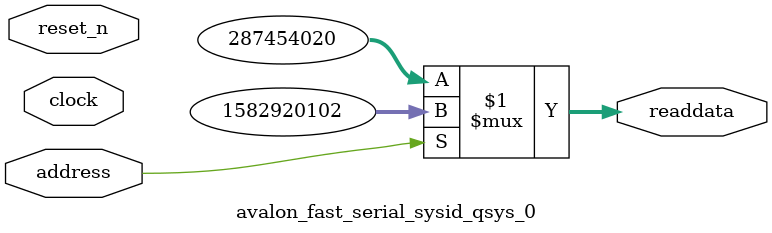
<source format=v>



// synthesis translate_off
`timescale 1ns / 1ps
// synthesis translate_on

// turn off superfluous verilog processor warnings 
// altera message_level Level1 
// altera message_off 10034 10035 10036 10037 10230 10240 10030 

module avalon_fast_serial_sysid_qsys_0 (
               // inputs:
                address,
                clock,
                reset_n,

               // outputs:
                readdata
             )
;

  output  [ 31: 0] readdata;
  input            address;
  input            clock;
  input            reset_n;

  wire    [ 31: 0] readdata;
  //control_slave, which is an e_avalon_slave
  assign readdata = address ? 1582920102 : 287454020;

endmodule



</source>
